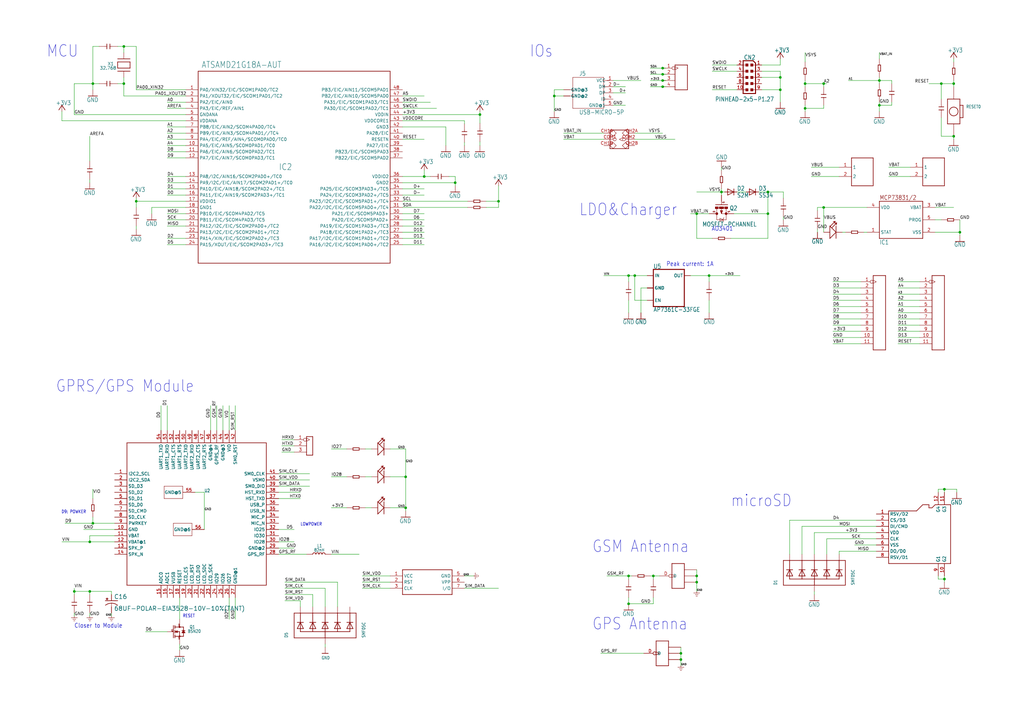
<source format=kicad_sch>
(kicad_sch (version 20230121) (generator eeschema)
  (paper "A3")
  (junction (at 36.83 242.57))
  (junction (at 196.85 46.99))
  (junction (at 173.99 72.39))
  (junction (at 393.7 95.25))
  (junction (at 320.04 36.83))
  (junction (at 320.04 31.75))
  (junction (at 285.75 238.76))
  (junction (at 257.81 247.65))
  (junction (at 279.273 270.51))
  (junction (at 267.97 236.22))
  (junction (at 360.68 43.18))
  (junction (at 271.78 27.94))
  (junction (at 314.96 78.74))
  (junction (at 38.1 214.63))
  (junction (at 186.69 74.93))
  (junction (at 257.81 113.03))
  (junction (at 387.35 237.49))
  (junction (at 38.1 34.29))
  (junction (at 166.37 195.58))
  (junction (at 260.35 113.03))
  (junction (at 330.2 44.45))
  (junction (at 271.78 30.48))
  (junction (at 227.33 39.37))
  (junction (at 279.273 267.97))
  (junction (at 166.37 208.28))
  (junction (at 36.83 222.25))
  (junction (at 360.68 33.02))
  (junction (at 271.78 33.02))
  (junction (at 55.88 82.55))
  (junction (at 387.35 200.66))
  (junction (at 337.82 85.09))
  (junction (at 391.16 55.88))
  (junction (at 314.96 87.63))
  (junction (at 50.8 19.05))
  (junction (at 386.08 34.29))
  (junction (at 290.83 113.03))
  (junction (at 257.81 236.22))
  (junction (at 204.47 82.55))
  (junction (at 285.75 236.22))
  (junction (at 50.8 34.29))
  (junction (at 391.16 34.29))
  (junction (at 30.48 242.57))
  (junction (at 295.91 78.74))
  (junction (at 330.2 34.29))
  (junction (at 285.75 87.63))
  (junction (at 271.78 35.56))
  (junction (at 337.82 34.29))
  (wire (pts (xy 76.2 64.77) (xy 68.58 64.77)) (stroke (width 0.1524)))
  (wire (pts (xy 133.35 241.3) (xy 116.84 241.3)) (stroke (width 0.1524)))
  (wire (pts (xy 330.2 34.29) (xy 337.82 34.29)) (stroke (width 0.1524)))
  (wire (pts (xy 25.4 49.53) (xy 25.4 45.72)) (stroke (width 0.1524)))
  (wire (pts (xy 149.86 195.58) (xy 152.4 195.58)) (stroke (width 0.1524)))
  (wire (pts (xy 321.31 81.28) (xy 321.31 78.74)) (stroke (width 0.1524)))
  (wire (pts (xy 387.35 201.93) (xy 387.35 200.66)) (stroke (width 0.1524)))
  (wire (pts (xy 257.81 236.22) (xy 248.92 236.22)) (stroke (width 0.1524)))
  (wire (pts (xy 257.81 247.65) (xy 267.97 247.65)) (stroke (width 0.1524)))
  (wire (pts (xy 273.05 35.56) (xy 271.78 35.56)) (stroke (width 0.1524)))
  (wire (pts (xy 330.2 45.72) (xy 330.2 44.45)) (stroke (width 0.1524)))
  (wire (pts (xy 133.35 248.92) (xy 133.35 241.3)) (stroke (width 0.1524)))
  (wire (pts (xy 76.2 41.91) (xy 68.58 41.91)) (stroke (width 0.1524)))
  (wire (pts (xy 297.18 78.74) (xy 295.91 78.74)) (stroke (width 0.1524)))
  (wire (pts (xy 133.35 264.16) (xy 133.35 265.43)) (stroke (width 0.1524)))
  (wire (pts (xy 76.2 82.55) (xy 55.88 82.55)) (stroke (width 0.1524)))
  (wire (pts (xy 312.42 29.21) (xy 320.04 29.21)) (stroke (width 0.1524)))
  (wire (pts (xy 45.72 252.73) (xy 45.72 251.46)) (stroke (width 0.1524)))
  (wire (pts (xy 76.2 92.71) (xy 68.58 92.71)) (stroke (width 0.1524)))
  (wire (pts (xy 290.83 128.27) (xy 290.83 123.19)) (stroke (width 0.1524)))
  (wire (pts (xy 353.06 115.57) (xy 341.63 115.57)) (stroke (width 0.1524)))
  (wire (pts (xy 383.54 85.09) (xy 391.16 85.09)) (stroke (width 0.1524)))
  (wire (pts (xy 80.01 201.93) (xy 83.82 201.93)) (stroke (width 0.1524)))
  (wire (pts (xy 160.02 184.15) (xy 166.37 184.15)) (stroke (width 0.1524)))
  (wire (pts (xy 264.033 267.97) (xy 246.38 267.97)) (stroke (width 0.1524)))
  (wire (pts (xy 335.28 85.09) (xy 337.82 85.09)) (stroke (width 0.1524)))
  (wire (pts (xy 30.48 46.99) (xy 30.48 34.29)) (stroke (width 0.1524)))
  (wire (pts (xy 391.16 55.88) (xy 391.16 57.15)) (stroke (width 0.1524)))
  (wire (pts (xy 204.47 82.55) (xy 204.47 76.2)) (stroke (width 0.1524)))
  (wire (pts (xy 386.08 40.64) (xy 386.08 34.29)) (stroke (width 0.1524)))
  (wire (pts (xy 279.273 270.51) (xy 279.273 267.97)) (stroke (width 0.1524)))
  (wire (pts (xy 377.19 128.27) (xy 368.3 128.27)) (stroke (width 0.1524)))
  (wire (pts (xy 344.17 68.58) (xy 332.74 68.58)) (stroke (width 0.1524)))
  (wire (pts (xy 330.2 25.4) (xy 330.2 21.59)) (stroke (width 0.1524)))
  (wire (pts (xy 391.16 35.56) (xy 391.16 34.29)) (stroke (width 0.1524)))
  (wire (pts (xy 166.37 208.28) (xy 166.37 209.55)) (stroke (width 0.1524)))
  (wire (pts (xy 292.1 36.83) (xy 302.26 36.83)) (stroke (width 0.1524)))
  (wire (pts (xy 160.02 241.3) (xy 148.59 241.3)) (stroke (width 0.1524)))
  (wire (pts (xy 335.28 86.36) (xy 335.28 85.09)) (stroke (width 0.1524)))
  (wire (pts (xy 40.64 19.05) (xy 38.1 19.05)) (stroke (width 0.1524)))
  (wire (pts (xy 199.39 85.09) (xy 204.47 85.09)) (stroke (width 0.1524)))
  (wire (pts (xy 354.33 95.25) (xy 355.6 95.25)) (stroke (width 0.1524)))
  (wire (pts (xy 204.47 85.09) (xy 204.47 82.55)) (stroke (width 0.1524)))
  (wire (pts (xy 76.2 87.63) (xy 68.58 87.63)) (stroke (width 0.1524)))
  (wire (pts (xy 160.02 208.28) (xy 166.37 208.28)) (stroke (width 0.1524)))
  (wire (pts (xy 73.66 245.11) (xy 73.66 254)) (stroke (width 0.1524)))
  (wire (pts (xy 76.2 46.99) (xy 30.48 46.99)) (stroke (width 0.1524)))
  (wire (pts (xy 328.93 215.9) (xy 328.93 227.33)) (stroke (width 0.1524)))
  (wire (pts (xy 165.1 74.93) (xy 186.69 74.93)) (stroke (width 0.1524)))
  (wire (pts (xy 83.82 201.93) (xy 83.82 217.17)) (stroke (width 0.1524)))
  (wire (pts (xy 393.7 95.25) (xy 393.7 96.52)) (stroke (width 0.1524)))
  (wire (pts (xy 76.2 54.61) (xy 68.58 54.61)) (stroke (width 0.1524)))
  (wire (pts (xy 186.69 72.39) (xy 186.69 74.93)) (stroke (width 0.1524)))
  (wire (pts (xy 384.81 236.22) (xy 384.81 237.49)) (stroke (width 0.1524)))
  (wire (pts (xy 260.35 123.19) (xy 260.35 113.03)) (stroke (width 0.1524)))
  (wire (pts (xy 142.24 195.58) (xy 135.89 195.58)) (stroke (width 0.1524)))
  (wire (pts (xy 76.2 90.17) (xy 68.58 90.17)) (stroke (width 0.1524)))
  (wire (pts (xy 377.19 130.81) (xy 368.3 130.81)) (stroke (width 0.1524)))
  (wire (pts (xy 320.04 36.83) (xy 320.04 41.91)) (stroke (width 0.1524)))
  (wire (pts (xy 300.99 87.63) (xy 314.96 87.63)) (stroke (width 0.1524)))
  (wire (pts (xy 165.1 52.07) (xy 182.88 52.07)) (stroke (width 0.1524)))
  (wire (pts (xy 290.83 113.03) (xy 303.53 113.03)) (stroke (width 0.1524)))
  (wire (pts (xy 30.48 243.84) (xy 30.48 242.57)) (stroke (width 0.1524)))
  (wire (pts (xy 128.27 248.92) (xy 128.27 243.84)) (stroke (width 0.1524)))
  (wire (pts (xy 295.91 77.47) (xy 295.91 78.74)) (stroke (width 0.1524)))
  (wire (pts (xy 165.1 46.99) (xy 196.85 46.99)) (stroke (width 0.1524)))
  (wire (pts (xy 123.19 248.92) (xy 123.19 246.38)) (stroke (width 0.1524)))
  (wire (pts (xy 149.86 208.28) (xy 152.4 208.28)) (stroke (width 0.1524)))
  (wire (pts (xy 292.1 29.21) (xy 302.26 29.21)) (stroke (width 0.1524)))
  (wire (pts (xy 265.43 123.19) (xy 260.35 123.19)) (stroke (width 0.1524)))
  (wire (pts (xy 302.26 78.74) (xy 306.07 78.74)) (stroke (width 0.1524)))
  (wire (pts (xy 76.2 77.47) (xy 68.58 77.47)) (stroke (width 0.1524)))
  (wire (pts (xy 165.1 72.39) (xy 173.99 72.39)) (stroke (width 0.1524)))
  (wire (pts (xy 160.02 238.76) (xy 148.59 238.76)) (stroke (width 0.1524)))
  (wire (pts (xy 391.16 34.29) (xy 386.08 34.29)) (stroke (width 0.1524)))
  (wire (pts (xy 320.04 36.83) (xy 320.04 31.75)) (stroke (width 0.1524)))
  (wire (pts (xy 247.65 113.03) (xy 257.81 113.03)) (stroke (width 0.1524)))
  (wire (pts (xy 339.09 227.33) (xy 339.09 220.98)) (stroke (width 0.1524)))
  (wire (pts (xy 330.2 33.02) (xy 330.2 34.29)) (stroke (width 0.1524)))
  (wire (pts (xy 114.3 194.31) (xy 127 194.31)) (stroke (width 0.1524)))
  (wire (pts (xy 334.01 242.57) (xy 334.01 243.84)) (stroke (width 0.1524)))
  (wire (pts (xy 93.98 245.11) (xy 93.98 254)) (stroke (width 0.1524)))
  (wire (pts (xy 279.273 267.97) (xy 279.273 265.43)) (stroke (width 0.1524)))
  (wire (pts (xy 176.53 72.39) (xy 173.99 72.39)) (stroke (width 0.1524)))
  (wire (pts (xy 73.66 264.16) (xy 73.66 266.7)) (stroke (width 0.1524)))
  (wire (pts (xy 312.42 36.83) (xy 320.04 36.83)) (stroke (width 0.1524)))
  (wire (pts (xy 96.52 176.53) (xy 96.52 166.37)) (stroke (width 0.1524)))
  (wire (pts (xy 302.26 26.67) (xy 292.1 26.67)) (stroke (width 0.1524)))
  (wire (pts (xy 273.05 30.48) (xy 271.78 30.48)) (stroke (width 0.1524)))
  (wire (pts (xy 247.65 57.15) (xy 231.14 57.15)) (stroke (width 0.1524)))
  (wire (pts (xy 68.58 176.53) (xy 68.58 166.37)) (stroke (width 0.1524)))
  (wire (pts (xy 247.65 54.61) (xy 231.14 54.61)) (stroke (width 0.1524)))
  (wire (pts (xy 257.81 115.57) (xy 257.81 113.03)) (stroke (width 0.1524)))
  (wire (pts (xy 165.1 100.33) (xy 173.99 100.33)) (stroke (width 0.1524)))
  (wire (pts (xy 138.43 248.92) (xy 138.43 238.76)) (stroke (width 0.1524)))
  (wire (pts (xy 190.5 241.3) (xy 204.47 241.3)) (stroke (width 0.1524)))
  (wire (pts (xy 165.1 57.15) (xy 173.99 57.15)) (stroke (width 0.1524)))
  (wire (pts (xy 271.78 33.02) (xy 266.7 33.02)) (stroke (width 0.1524)))
  (wire (pts (xy 93.98 176.53) (xy 93.98 166.37)) (stroke (width 0.1524)))
  (wire (pts (xy 360.68 43.18) (xy 360.68 45.72)) (stroke (width 0.1524)))
  (wire (pts (xy 273.05 27.94) (xy 271.78 27.94)) (stroke (width 0.1524)))
  (wire (pts (xy 353.06 125.73) (xy 341.63 125.73)) (stroke (width 0.1524)))
  (wire (pts (xy 386.08 34.29) (xy 381 34.29)) (stroke (width 0.1524)))
  (wire (pts (xy 120.65 185.42) (xy 115.57 185.42)) (stroke (width 0.1524)))
  (wire (pts (xy 76.2 97.79) (xy 68.58 97.79)) (stroke (width 0.1524)))
  (wire (pts (xy 142.24 184.15) (xy 135.89 184.15)) (stroke (width 0.1524)))
  (wire (pts (xy 259.08 236.22) (xy 257.81 236.22)) (stroke (width 0.1524)))
  (wire (pts (xy 337.82 35.56) (xy 337.82 34.29)) (stroke (width 0.1524)))
  (wire (pts (xy 353.06 128.27) (xy 341.63 128.27)) (stroke (width 0.1524)))
  (wire (pts (xy 353.06 138.43) (xy 341.63 138.43)) (stroke (width 0.1524)))
  (wire (pts (xy 38.1 34.29) (xy 38.1 36.83)) (stroke (width 0.1524)))
  (wire (pts (xy 321.31 88.9) (xy 321.31 90.17)) (stroke (width 0.1524)))
  (wire (pts (xy 62.23 85.09) (xy 62.23 87.63)) (stroke (width 0.1524)))
  (wire (pts (xy 377.19 133.35) (xy 368.3 133.35)) (stroke (width 0.1524)))
  (wire (pts (xy 365.76 41.91) (xy 365.76 43.18)) (stroke (width 0.1524)))
  (wire (pts (xy 353.06 123.19) (xy 341.63 123.19)) (stroke (width 0.1524)))
  (wire (pts (xy 50.8 21.59) (xy 50.8 19.05)) (stroke (width 0.1524)))
  (wire (pts (xy 359.41 223.52) (xy 350.52 223.52)) (stroke (width 0.1524)))
  (wire (pts (xy 290.83 87.63) (xy 285.75 87.63)) (stroke (width 0.1524)))
  (wire (pts (xy 260.35 57.15) (xy 276.86 57.15)) (stroke (width 0.1524)))
  (wire (pts (xy 360.68 33.02) (xy 360.68 34.29)) (stroke (width 0.1524)))
  (wire (pts (xy 46.99 214.63) (xy 38.1 214.63)) (stroke (width 0.1524)))
  (wire (pts (xy 165.1 97.79) (xy 173.99 97.79)) (stroke (width 0.1524)))
  (wire (pts (xy 314.96 87.63) (xy 314.96 78.74)) (stroke (width 0.1524)))
  (wire (pts (xy 114.3 204.47) (xy 123.19 204.47)) (stroke (width 0.1524)))
  (wire (pts (xy 30.48 34.29) (xy 38.1 34.29)) (stroke (width 0.1524)))
  (wire (pts (xy 165.1 39.37) (xy 173.99 39.37)) (stroke (width 0.1524)))
  (wire (pts (xy 86.36 176.53) (xy 86.36 166.37)) (stroke (width 0.1524)))
  (wire (pts (xy 199.39 82.55) (xy 204.47 82.55)) (stroke (width 0.1524)))
  (wire (pts (xy 337.82 44.45) (xy 330.2 44.45)) (stroke (width 0.1524)))
  (wire (pts (xy 393.7 90.17) (xy 393.7 95.25)) (stroke (width 0.1524)))
  (wire (pts (xy 257.81 245.11) (xy 257.81 247.65)) (stroke (width 0.1524)))
  (wire (pts (xy 120.65 217.17) (xy 114.3 217.17)) (stroke (width 0.1524)))
  (wire (pts (xy 386.08 55.88) (xy 391.16 55.88)) (stroke (width 0.1524)))
  (wire (pts (xy 36.83 219.71) (xy 36.83 222.25)) (stroke (width 0.1524)))
  (wire (pts (xy 260.35 54.61) (xy 271.78 54.61)) (stroke (width 0.1524)))
  (wire (pts (xy 76.2 39.37) (xy 50.8 39.37)) (stroke (width 0.1524)))
  (wire (pts (xy 267.97 236.22) (xy 266.7 236.22)) (stroke (width 0.1524)))
  (wire (pts (xy 165.1 80.01) (xy 173.99 80.01)) (stroke (width 0.1524)))
  (wire (pts (xy 392.43 200.66) (xy 392.43 201.93)) (stroke (width 0.1524)))
  (wire (pts (xy 160.02 195.58) (xy 166.37 195.58)) (stroke (width 0.1524)))
  (wire (pts (xy 377.19 120.65) (xy 368.3 120.65)) (stroke (width 0.1524)))
  (wire (pts (xy 377.19 123.19) (xy 368.3 123.19)) (stroke (width 0.1524)))
  (wire (pts (xy 88.9 176.53) (xy 88.9 166.37)) (stroke (width 0.1524)))
  (wire (pts (xy 330.2 44.45) (xy 330.2 43.18)) (stroke (width 0.1524)))
  (wire (pts (xy 96.52 245.11) (xy 96.52 254)) (stroke (width 0.1524)))
  (wire (pts (xy 165.1 85.09) (xy 191.77 85.09)) (stroke (width 0.1524)))
  (wire (pts (xy 393.7 95.25) (xy 383.54 95.25)) (stroke (width 0.1524)))
  (wire (pts (xy 384.81 200.66) (xy 387.35 200.66)) (stroke (width 0.1524)))
  (wire (pts (xy 55.88 36.83) (xy 55.88 19.05)) (stroke (width 0.1524)))
  (wire (pts (xy 285.75 238.76) (xy 285.75 236.22)) (stroke (width 0.1524)))
  (wire (pts (xy 76.2 52.07) (xy 68.58 52.07)) (stroke (width 0.1524)))
  (wire (pts (xy 299.72 97.79) (xy 314.96 97.79)) (stroke (width 0.1524)))
  (wire (pts (xy 160.02 236.22) (xy 148.59 236.22)) (stroke (width 0.1524)))
  (wire (pts (xy 76.2 59.69) (xy 68.58 59.69)) (stroke (width 0.1524)))
  (wire (pts (xy 123.19 246.38) (xy 116.84 246.38)) (stroke (width 0.1524)))
  (wire (pts (xy 391.16 25.4) (xy 391.16 24.13)) (stroke (width 0.1524)))
  (wire (pts (xy 48.26 34.29) (xy 50.8 34.29)) (stroke (width 0.1524)))
  (wire (pts (xy 267.97 237.49) (xy 267.97 236.22)) (stroke (width 0.1524)))
  (wire (pts (xy 285.75 97.79) (xy 285.75 87.63)) (stroke (width 0.1524)))
  (wire (pts (xy 290.83 115.57) (xy 290.83 113.03)) (stroke (width 0.1524)))
  (wire (pts (xy 320.04 29.21) (xy 320.04 31.75)) (stroke (width 0.1524)))
  (wire (pts (xy 231.14 39.37) (xy 227.33 39.37)) (stroke (width 0.1524)))
  (wire (pts (xy 149.86 184.15) (xy 152.4 184.15)) (stroke (width 0.1524)))
  (wire (pts (xy 387.35 236.22) (xy 387.35 237.49)) (stroke (width 0.1524)))
  (wire (pts (xy 196.85 46.99) (xy 196.85 45.72)) (stroke (width 0.1524)))
  (wire (pts (xy 345.44 95.25) (xy 346.71 95.25)) (stroke (width 0.1524)))
  (wire (pts (xy 292.1 97.79) (xy 285.75 97.79)) (stroke (width 0.1524)))
  (wire (pts (xy 231.14 36.83) (xy 227.33 36.83)) (stroke (width 0.1524)))
  (wire (pts (xy 251.46 38.1) (xy 256.54 38.1)) (stroke (width 0.1524)))
  (wire (pts (xy 260.35 113.03) (xy 265.43 113.03)) (stroke (width 0.1524)))
  (wire (pts (xy 190.5 49.53) (xy 190.5 50.8)) (stroke (width 0.1524)))
  (wire (pts (xy 334.01 227.33) (xy 334.01 218.44)) (stroke (width 0.1524)))
  (wire (pts (xy 359.41 215.9) (xy 328.93 215.9)) (stroke (width 0.1524)))
  (wire (pts (xy 191.77 82.55) (xy 165.1 82.55)) (stroke (width 0.1524)))
  (wire (pts (xy 38.1 34.29) (xy 40.64 34.29)) (stroke (width 0.1524)))
  (wire (pts (xy 190.5 58.42) (xy 190.5 59.69)) (stroke (width 0.1524)))
  (wire (pts (xy 165.1 92.71) (xy 173.99 92.71)) (stroke (width 0.1524)))
  (wire (pts (xy 76.2 36.83) (xy 55.88 36.83)) (stroke (width 0.1524)))
  (wire (pts (xy 194.31 236.22) (xy 190.5 236.22)) (stroke (width 0.1524)))
  (wire (pts (xy 38.1 214.63) (xy 38.1 212.09)) (stroke (width 0.1524)))
  (wire (pts (xy 182.88 52.07) (xy 182.88 59.69)) (stroke (width 0.1524)))
  (wire (pts (xy 135.89 227.33) (xy 147.32 227.33)) (stroke (width 0.1524)))
  (wire (pts (xy 114.3 199.39) (xy 127 199.39)) (stroke (width 0.1524)))
  (wire (pts (xy 120.65 182.88) (xy 115.57 182.88)) (stroke (width 0.1524)))
  (wire (pts (xy 165.1 77.47) (xy 173.99 77.47)) (stroke (width 0.1524)))
  (wire (pts (xy 359.41 226.06) (xy 344.17 226.06)) (stroke (width 0.1524)))
  (wire (pts (xy 377.19 118.11) (xy 368.3 118.11)) (stroke (width 0.1524)))
  (wire (pts (xy 114.3 201.93) (xy 123.19 201.93)) (stroke (width 0.1524)))
  (wire (pts (xy 377.19 138.43) (xy 368.3 138.43)) (stroke (width 0.1524)))
  (wire (pts (xy 138.43 238.76) (xy 116.84 238.76)) (stroke (width 0.1524)))
  (wire (pts (xy 165.1 41.91) (xy 176.53 41.91)) (stroke (width 0.1524)))
  (wire (pts (xy 55.88 92.71) (xy 55.88 93.98)) (stroke (width 0.1524)))
  (wire (pts (xy 312.42 26.67) (xy 320.04 26.67)) (stroke (width 0.1524)))
  (wire (pts (xy 283.21 113.03) (xy 290.83 113.03)) (stroke (width 0.1524)))
  (wire (pts (xy 76.2 44.45) (xy 68.58 44.45)) (stroke (width 0.1524)))
  (wire (pts (xy 387.35 200.66) (xy 392.43 200.66)) (stroke (width 0.1524)))
  (wire (pts (xy 273.05 33.02) (xy 271.78 33.02)) (stroke (width 0.1524)))
  (wire (pts (xy 295.91 68.58) (xy 295.91 69.85)) (stroke (width 0.1524)))
  (wire (pts (xy 384.81 237.49) (xy 387.35 237.49)) (stroke (width 0.1524)))
  (wire (pts (xy 186.69 74.93) (xy 186.69 76.2)) (stroke (width 0.1524)))
  (wire (pts (xy 76.2 74.93) (xy 68.58 74.93)) (stroke (width 0.1524)))
  (wire (pts (xy 184.15 72.39) (xy 186.69 72.39)) (stroke (width 0.1524)))
  (wire (pts (xy 360.68 41.91) (xy 360.68 43.18)) (stroke (width 0.1524)))
  (wire (pts (xy 38.1 204.47) (xy 38.1 200.66)) (stroke (width 0.1524)))
  (wire (pts (xy 262.89 118.11) (xy 262.89 128.27)) (stroke (width 0.1524)))
  (wire (pts (xy 38.1 19.05) (xy 38.1 34.29)) (stroke (width 0.1524)))
  (wire (pts (xy 353.06 133.35) (xy 341.63 133.35)) (stroke (width 0.1524)))
  (wire (pts (xy 285.75 236.22) (xy 285.75 233.68)) (stroke (width 0.1524)))
  (wire (pts (xy 55.88 82.55) (xy 55.88 81.28)) (stroke (width 0.1524)))
  (wire (pts (xy 114.3 222.25) (xy 120.65 222.25)) (stroke (width 0.1524)))
  (wire (pts (xy 114.3 196.85) (xy 127 196.85)) (stroke (width 0.1524)))
  (wire (pts (xy 271.78 27.94) (xy 266.7 27.94)) (stroke (width 0.1524)))
  (wire (pts (xy 377.19 140.97) (xy 368.3 140.97)) (stroke (width 0.1524)))
  (wire (pts (xy 377.19 115.57) (xy 368.3 115.57)) (stroke (width 0.1524)))
  (wire (pts (xy 165.1 90.17) (xy 173.99 90.17)) (stroke (width 0.1524)))
  (wire (pts (xy 45.72 243.84) (xy 45.72 242.57)) (stroke (width 0.1524)))
  (wire (pts (xy 36.83 242.57) (xy 30.48 242.57)) (stroke (width 0.1524)))
  (wire (pts (xy 165.1 49.53) (xy 190.5 49.53)) (stroke (width 0.1524)))
  (wire (pts (xy 339.09 220.98) (xy 359.41 220.98)) (stroke (width 0.1524)))
  (wire (pts (xy 50.8 34.29) (xy 50.8 31.75)) (stroke (width 0.1524)))
  (wire (pts (xy 196.85 46.99) (xy 196.85 50.546)) (stroke (width 0.1524)))
  (wire (pts (xy 360.68 33.02) (xy 347.98 33.02)) (stroke (width 0.1524)))
  (wire (pts (xy 387.35 237.49) (xy 387.35 238.76)) (stroke (width 0.1524)))
  (wire (pts (xy 114.3 224.79) (xy 120.65 224.79)) (stroke (width 0.1524)))
  (wire (pts (xy 323.85 227.33) (xy 323.85 213.36)) (stroke (width 0.1524)))
  (wire (pts (xy 295.91 78.74) (xy 285.75 78.74)) (stroke (width 0.1524)))
  (wire (pts (xy 360.68 31.75) (xy 360.68 33.02)) (stroke (width 0.1524)))
  (wire (pts (xy 45.72 242.57) (xy 36.83 242.57)) (stroke (width 0.1524)))
  (wire (pts (xy 330.2 35.56) (xy 330.2 34.29)) (stroke (width 0.1524)))
  (wire (pts (xy 50.8 19.05) (xy 48.26 19.05)) (stroke (width 0.1524)))
  (wire (pts (xy 46.99 217.17) (xy 34.29 217.17)) (stroke (width 0.1524)))
  (wire (pts (xy 30.48 242.57) (xy 30.48 241.3)) (stroke (width 0.1524)))
  (wire (pts (xy 173.99 72.39) (xy 173.99 69.85)) (stroke (width 0.1524)))
  (wire (pts (xy 270.51 236.22) (xy 267.97 236.22)) (stroke (width 0.1524)))
  (wire (pts (xy 360.68 21.59) (xy 360.68 24.13)) (stroke (width 0.1524)))
  (wire (pts (xy 314.96 78.74) (xy 311.15 78.74)) (stroke (width 0.1524)))
  (wire (pts (xy 353.06 118.11) (xy 341.63 118.11)) (stroke (width 0.1524)))
  (wire (pts (xy 36.83 73.66) (xy 36.83 74.93)) (stroke (width 0.1524)))
  (wire (pts (xy 386.08 48.26) (xy 386.08 55.88)) (stroke (width 0.1524)))
  (wire (pts (xy 50.8 39.37) (xy 50.8 34.29)) (stroke (width 0.1524)))
  (wire (pts (xy 353.06 135.89) (xy 341.63 135.89)) (stroke (width 0.1524)))
  (wire (pts (xy 196.85 58.166) (xy 196.85 59.69)) (stroke (width 0.1524)))
  (wire (pts (xy 114.3 227.33) (xy 125.73 227.33)) (stroke (width 0.1524)))
  (wire (pts (xy 76.2 49.53) (xy 25.4 49.53)) (stroke (width 0.1524)))
  (wire (pts (xy 344.17 227.33) (xy 344.17 226.06)) (stroke (width 0.1524)))
  (wire (pts (xy 334.01 218.44) (xy 359.41 218.44)) (stroke (width 0.1524)))
  (wire (pts (xy 142.24 208.28) (xy 135.89 208.28)) (stroke (width 0.1524)))
  (wire (pts (xy 128.27 243.84) (xy 116.84 243.84)) (stroke (width 0.1524)))
  (wire (pts (xy 384.81 201.93) (xy 384.81 200.66)) (stroke (width 0.1524)))
  (wire (pts (xy 265.43 118.11) (xy 262.89 118.11)) (stroke (width 0.1524)))
  (wire (pts (xy 373.38 68.58) (xy 364.49 68.58)) (stroke (width 0.1524)))
  (wire (pts (xy 295.91 80.01) (xy 295.91 78.74)) (stroke (width 0.1524)))
  (wire (pts (xy 353.06 130.81) (xy 341.63 130.81)) (stroke (width 0.1524)))
  (wire (pts (xy 337.82 34.29) (xy 339.09 34.29)) (stroke (width 0.1524)))
  (wire (pts (xy 377.19 125.73) (xy 368.3 125.73)) (stroke (width 0.1524)))
  (wire (pts (xy 38.1 214.63) (xy 26.67 214.63)) (stroke (width 0.1524)))
  (wire (pts (xy 377.19 135.89) (xy 368.3 135.89)) (stroke (width 0.1524)))
  (wire (pts (xy 321.31 78.74) (xy 314.96 78.74)) (stroke (width 0.1524)))
  (wire (pts (xy 36.83 243.84) (xy 36.83 242.57)) (stroke (width 0.1524)))
  (wire (pts (xy 251.46 33.02) (xy 262.89 33.02)) (stroke (width 0.1524)))
  (wire (pts (xy 165.1 95.25) (xy 173.99 95.25)) (stroke (width 0.1524)))
  (wire (pts (xy 279.273 273.05) (xy 279.273 270.51)) (stroke (width 0.1524)))
  (wire (pts (xy 36.83 222.25) (xy 25.4 222.25)) (stroke (width 0.1524)))
  (wire (pts (xy 391.16 34.29) (xy 391.16 33.02)) (stroke (width 0.1524)))
  (wire (pts (xy 271.78 35.56) (xy 266.7 35.56)) (stroke (width 0.1524)))
  (wire (pts (xy 271.78 30.48) (xy 266.7 30.48)) (stroke (width 0.1524)))
  (wire (pts (xy 76.2 57.15) (xy 68.58 57.15)) (stroke (width 0.1524)))
  (wire (pts (xy 166.37 195.58) (xy 166.37 208.28)) (stroke (width 0.1524)))
  (wire (pts (xy 335.28 93.98) (xy 335.28 95.25)) (stroke (width 0.1524)))
  (wire (pts (xy 91.44 176.53) (xy 91.44 166.37)) (stroke (width 0.1524)))
  (wire (pts (xy 285.75 242.57) (xy 285.75 238.76)) (stroke (width 0.1524)))
  (wire (pts (xy 257.81 113.03) (xy 260.35 113.03)) (stroke (width 0.1524)))
  (wire (pts (xy 30.48 251.46) (xy 30.48 252.73)) (stroke (width 0.1524)))
  (wire (pts (xy 76.2 62.23) (xy 68.58 62.23)) (stroke (width 0.1524)))
  (wire (pts (xy 314.96 97.79) (xy 314.96 87.63)) (stroke (width 0.1524)))
  (wire (pts (xy 76.2 80.01) (xy 68.58 80.01)) (stroke (width 0.1524)))
  (wire (pts (xy 320.04 31.75) (xy 312.42 31.75)) (stroke (width 0.1524)))
  (wire (pts (xy 353.06 120.65) (xy 341.63 120.65)) (stroke (width 0.1524)))
  (wire (pts (xy 66.04 176.53) (xy 66.04 166.37)) (stroke (width 0.1524)))
  (wire (pts (xy 257.81 237.49) (xy 257.81 236.22)) (stroke (width 0.1524)))
  (wire (pts (xy 320.04 26.67) (xy 320.04 24.13)) (stroke (width 0.1524)))
  (wire (pts (xy 337.82 85.09) (xy 355.6 85.09)) (stroke (width 0.1524)))
  (wire (pts (xy 251.46 35.56) (xy 256.54 35.56)) (stroke (width 0.1524)))
  (wire (pts (xy 373.38 72.39) (xy 364.49 72.39)) (stroke (width 0.1524)))
  (wire (pts (xy 323.85 213.36) (xy 359.41 213.36)) (stroke (width 0.1524)))
  (wire (pts (xy 76.2 100.33) (xy 68.58 100.33)) (stroke (width 0.1524)))
  (wire (pts (xy 165.1 44.45) (xy 179.07 44.45)) (stroke (width 0.1524)))
  (wire (pts (xy 46.99 222.25) (xy 36.83 222.25)) (stroke (width 0.1524)))
  (wire (pts (xy 383.54 90.17) (xy 386.08 90.17)) (stroke (width 0.1524)))
  (wire (pts (xy 337.82 43.18) (xy 337.82 44.45)) (stroke (width 0.1524)))
  (wire (pts (xy 353.06 140.97) (xy 341.63 140.97)) (stroke (width 0.1524)))
  (wire (pts (xy 267.97 247.65) (xy 267.97 245.11)) (stroke (width 0.1524)))
  (wire (pts (xy 337.82 95.25) (xy 337.82 85.09)) (stroke (width 0.1524)))
  (wire (pts (xy 36.83 251.46) (xy 36.83 252.73)) (stroke (width 0.1524)))
  (wire (pts (xy 166.37 184.15) (xy 166.37 195.58)) (stroke (width 0.1524)))
  (wire (pts (xy 68.58 259.08) (xy 59.69 259.08)) (stroke (width 0.1524)))
  (wire (pts (xy 55.88 19.05) (xy 50.8 19.05)) (stroke (width 0.1524)))
  (wire (pts (xy 344.17 72.39) (xy 332.74 72.39)) (stroke (width 0.1524)))
  (wire (pts (xy 365.76 43.18) (xy 360.68 43.18)) (stroke (width 0.1524)))
  (wire (pts (xy 165.1 87.63) (xy 173.99 87.63)) (stroke (width 0.1524)))
  (wire (pts (xy 76.2 85.09) (xy 62.23 85.09)) (stroke (width 0.1524)))
  (wire (pts (xy 365.76 33.02) (xy 365.76 34.29)) (stroke (width 0.1524)))
  (wire (pts (xy 256.54 43.18) (xy 251.46 43.18)) (stroke (width 0.1524)))
  (wire (pts (xy 120.65 180.34) (xy 115.57 180.34)) (stroke (width 0.1524)))
  (wire (pts (xy 46.99 219.71) (xy 36.83 219.71)) (stroke (width 0.1524)))
  (wire (pts (xy 36.83 55.88) (xy 36.83 66.04)) (stroke (width 0.1524)))
  (wire (pts (xy 227.33 36.83) (xy 227.33 39.37)) (stroke (width 0.1524)))
  (wire (pts (xy 360.68 33.02) (xy 365.76 33.02)) (stroke (width 0.1524)))
  (wire (pts (xy 257.81 128.27) (xy 257.81 123.19)) (stroke (width 0.1524)))
  (wire (pts (xy 76.2 72.39) (xy 68.58 72.39)) (stroke (width 0.1524)))
  (wire (pts (xy 227.33 39.37) (xy 227.33 45.72)) (stroke (width 0.1524)))
  (wire (pts (xy 285.75 87.63) (xy 283.21 87.63)) (stroke (width 0.1524)))
  (wire (pts (xy 55.88 85.09) (xy 55.88 82.55)) (stroke (width 0.1524)))
  (text "Closer to Module" (at 30.48 257.81 0) (effects (font (size 1.778 1.5113)) (justify left bottom)))
  (text "GPRS/GPS Module" (at 22.86 161.29 0) (effects (font (size 4.7752 4.0589)) (justify left bottom)))
  (text "LDO&Charger" (at 237.49 88.9 0) (effects (font (size 4.7752 4.0589)) (justify left bottom)))
  (text "IOs" (at 217.17 23.876 0) (effects (font (size 4.7752 4.0589)) (justify left bottom)))
  (text "Peak current: 1A" (at 273.304 109.474 0) (effects (font (size 1.778 1.5113)) (justify left bottom)))
  (text "D9: POWKER" (at 25.146 210.82 0) (effects (font (size 1.27 1.0795)) (justify left bottom)))
  (text "AO3401" (at 291.846 94.996 0) (effects (font (size 1.778 1.5113)) (justify left bottom)))
  (text "GSM Antenna" (at 242.824 227.076 0) (effects (font (size 4.7752 4.0589)) (justify left bottom)))
  (text "GPS Antenna" (at 242.824 258.826 0) (effects (font (size 4.7752 4.0589)) (justify left bottom)))
  (text "RESET" (at 74.93 253.492 0) (effects (font (size 1.27 1.0795)) (justify left bottom)))
  (text "microSD\n" (at 299.72 208.28 0) (effects (font (size 4.7752 4.0589)) (justify left bottom)))
  (text "LOWPOWER" (at 123.19 215.9 0) (effects (font (size 1.27 1.0795)) (justify left bottom)))
  (text "MCU" (at 19.05 23.876 0) (effects (font (size 4.7752 4.0589)) (justify left bottom)))
  (label "GND" (at 393.7 90.17 0) (effects (font (size 1.2446 1.2446))))
  (label "VBUS" (at 337.82 90.17 0) (effects (font (size 1.2446 1.2446))))
  (label "D1" (at 68.58 166.37 90) (effects (font (size 1.2446 1.2446))))
  (label "IO28" (at 135.89 195.58 0) (effects (font (size 1.209 1.209))))
  (label "A4" (at 368.3 118.11 0) (effects (font (size 1.209 1.209))))
  (label "GND" (at 163.195 184.15 0) (effects (font (size 0.889 0.889))))
  (label "D12" (at 368.3 135.89 0) (effects (font (size 1.209 1.209))))
  (label "SDA" (at 266.7 27.94 0) (effects (font (size 0.889 0.889))))
  (label "MOSI" (at 68.58 87.63 0) (effects (font (size 1.2446 1.2446))))
  (label "A1" (at 347.98 33.02 0) (effects (font (size 0.889 0.889))))
  (label "D9" (at 68.58 64.77 0) (effects (font (size 1.2446 1.2446))))
  (label "VBUS" (at 257.175 33.02 0) (effects (font (size 1.2446 1.2446))))
  (label "SDA" (at 165.1 85.09 0) (effects (font (size 1.2446 1.2446))))
  (label "VIN" (at 307.975 87.63 0) (effects (font (size 1.2446 1.2446))))
  (label "D0" (at 68.58 80.01 0) (effects (font (size 1.2446 1.2446))))
  (label "GND" (at 227.33 45.72 0) (effects (font (size 0.889 0.889))))
  (label "+3V3" (at 297.18 113.03 0) (effects (font (size 0.889 0.889))))
  (label "A2" (at 68.58 54.61 0) (effects (font (size 1.2446 1.2446))))
  (label "GND" (at 332.74 72.39 0) (effects (font (size 1.209 1.209))))
  (label "RESET" (at 381 34.29 180) (effects (font (size 1.2446 1.2446))))
  (label "GND" (at 96.52 254 90) (effects (font (size 1.209 1.209))))
  (label "GND" (at 321.31 90.17 0) (effects (font (size 1.2446 1.2446))))
  (label "IO27" (at 93.98 254 90) (effects (font (size 1.209 1.209))))
  (label "VBUS" (at 268.605 57.15 0) (effects (font (size 1.209 1.209))))
  (label "VIN" (at 135.89 227.33 0) (effects (font (size 1.2446 1.2446))))
  (label "D2" (at 341.63 115.57 0) (effects (font (size 1.2446 1.2446))))
  (label "VBAT_IN" (at 231.14 54.61 0) (effects (font (size 1.2446 1.2446))))
  (label "D3" (at 68.58 74.93 0) (effects (font (size 1.2446 1.2446))))
  (label "VSYS" (at 266.065 54.61 0) (effects (font (size 1.2446 1.2446))))
  (label "D-" (at 251.46 35.56 0) (effects (font (size 1.209 1.209))))
  (label "GND" (at 266.7 35.56 0) (effects (font (size 0.889 0.889))))
  (label "GSM_RF" (at 248.92 236.22 0) (effects (font (size 1.209 1.209))))
  (label "D5" (at 341.63 123.19 0) (effects (font (size 1.2446 1.2446))))
  (label "D10" (at 169.545 95.25 0) (effects (font (size 1.2446 1.2446))))
  (label "D0" (at 66.04 171.45 90) (effects (font (size 1.2446 1.2446))))
  (label "SIM_DATA" (at 190.5 241.3 0) (effects (font (size 1.209 1.209))))
  (label "D12" (at 169.545 92.71 0) (effects (font (size 1.2446 1.2446))))
  (label "MOSI" (at 344.17 215.9 0) (effects (font (size 1.209 1.209))))
  (label "GND" (at 45.72 252.73 180) (effects (font (size 0.7112 0.7112))))
  (label "GND" (at 115.57 185.42 0) (effects (font (size 1.209 1.209))))
  (label "D11" (at 169.545 100.33 0) (effects (font (size 1.2446 1.2446))))
  (label "IO28" (at 114.3 222.25 0) (effects (font (size 1.2446 1.2446))))
  (label "GND" (at 30.48 46.99 0) (effects (font (size 1.2446 1.2446))))
  (label "D4" (at 341.63 213.36 0) (effects (font (size 1.209 1.209))))
  (label "VIO" (at 38.1 202.565 0) (effects (font (size 1.2446 1.2446))))
  (label "GND" (at 117.475 224.79 0) (effects (font (size 1.2446 1.2446))))
  (label "+3V3" (at 135.89 208.28 0) (effects (font (size 1.209 1.209))))
  (label "PA00_XIN32" (at 55.88 36.83 0) (effects (font (size 1.2446 1.2446))))
  (label "D6" (at 169.545 90.17 0) (effects (font (size 1.2446 1.2446))))
  (label "GND" (at 262.89 247.65 0) (effects (font (size 1.2446 1.2446))))
  (label "GND" (at 192.405 236.22 180) (effects (font (size 0.7112 0.7112))))
  (label "+3V3" (at 266.7 33.02 0) (effects (font (size 0.889 0.889))))
  (label "D4" (at 68.58 72.39 0) (effects (font (size 1.2446 1.2446))))
  (label "GND" (at 83.82 209.55 0) (effects (font (size 0.889 0.889))))
  (label "VBAT" (at 231.14 57.15 0) (effects (font (size 1.2446 1.2446))))
  (label "VIO" (at 93.98 171.45 90) (effects (font (size 1.2446 1.2446))))
  (label "D10" (at 368.3 130.81 0) (effects (font (size 1.209 1.209))))
  (label "D5" (at 68.58 100.33 0) (effects (font (size 1.2446 1.2446))))
  (label "GND" (at 295.91 69.85 0) (effects (font (size 1.2446 1.2446))))
  (label "SCL" (at 165.1 82.55 0) (effects (font (size 1.2446 1.2446))))
  (label "VSYS" (at 330.2 23.495 0) (effects (font (size 1.2446 1.2446))))
  (label "GND" (at 251.46 43.18 0) (effects (font (size 1.209 1.209))))
  (label "HRXD" (at 118.745 201.93 0) (effects (font (size 1.209 1.209))))
  (label "VDDCORE" (at 165.1 49.53 0) (effects (font (size 1.2446 1.2446))))
  (label "GPS_RF" (at 114.3 227.33 0) (effects (font (size 1.2446 1.2446))))
  (label "D8" (at 68.58 62.23 0) (effects (font (size 1.2446 1.2446))))
  (label "VBUS" (at 332.74 68.58 0) (effects (font (size 1.209 1.209))))
  (label "D4" (at 341.63 120.65 0) (effects (font (size 1.2446 1.2446))))
  (label "AREFA" (at 68.58 44.45 0) (effects (font (size 1.2446 1.2446))))
  (label "GSM_RF" (at 88.9 171.45 90) (effects (font (size 1.2446 1.2446))))
  (label "+3V3" (at 346.71 218.44 0) (effects (font (size 1.209 1.209))))
  (label "D+" (at 254 38.1 0) (effects (font (size 1.209 1.209))))
  (label "GND" (at 91.44 171.45 90) (effects (font (size 1.2446 1.2446))))
  (label "D6" (at 59.69 259.08 0) (effects (font (size 1.2446 1.2446))))
  (label "GND" (at 350.52 223.52 0) (effects (font (size 1.209 1.209))))
  (label "GND" (at 285.75 242.57 0) (effects (font (size 0.7112 0.7112))))
  (label "GND" (at 279.273 273.05 0) (effects (font (size 0.7112 0.7112))))
  (label "D1" (at 68.58 77.47 0) (effects (font (size 1.2446 1.2446))))
  (label "GND" (at 34.29 217.17 0) (effects (font (size 1.2446 1.2446))))
  (label "GND" (at 36.83 252.73 0) (effects (font (size 1.2446 1.2446))))
  (label "SIM_VDD" (at 114.3 196.85 0) (effects (font (size 1.2446 1.2446))))
  (label "A0" (at 368.3 128.27 0) (effects (font (size 1.209 1.209))))
  (label "VBAT_IN" (at 360.68 22.86 0) (effects (font (size 0.889 0.889))))
  (label "GND" (at 30.48 252.73 0) (effects (font (size 1.2446 1.2446))))
  (label "A2" (at 337.82 34.29 0) (effects (font (size 1.2446 1.2446))))
  (label "MISO" (at 68.58 92.71 0) (effects (font (size 1.2446 1.2446))))
  (label "D11" (at 368.3 133.35 0) (effects (font (size 1.209 1.209))))
  (label "AREFA" (at 36.83 55.88 0) (effects (font (size 1.2446 1.2446))))
  (label "PA01_XOUT32" (at 63.5 39.37 0) (effects (font (size 1.2446 1.2446))))
  (label "MISO" (at 351.79 226.06 0) (effects (font (size 1.209 1.209))))
  (label "D8" (at 341.63 130.81 0) (effects (font (size 1.2446 1.2446))))
  (label "A0" (at 68.58 41.91 0) (effects (font (size 1.2446 1.2446))))
  (label "D9" (at 26.67 214.63 0) (effects (font (size 1.2446 1.2446))))
  (label "SIM_RST" (at 96.52 176.53 90) (effects (font (size 1.2446 1.2446))))
  (label "RESET" (at 292.1 36.83 0) (effects (font (size 1.2446 1.2446))))
  (label "SIM_CLK" (at 148.59 241.3 0) (effects (font (size 1.209 1.209))))
  (label "SIM_DATA" (at 116.84 238.76 0) (effects (font (size 1.209 1.209))))
  (label "SCK" (at 349.25 220.98 0) (effects (font (size 1.209 1.209))))
  (label "A4" (at 68.58 59.69 0) (effects (font (size 1.2446 1.2446))))
  (label "GND" (at 163.195 208.28 0) (effects (font (size 0.889 0.889))))
  (label "A3" (at 68.58 57.15 0) (effects (font (size 1.2446 1.2446))))
  (label "IO27" (at 135.89 184.15 0) (effects (font (size 1.209 1.209))))
  (label "A5" (at 165.1 39.37 0) (effects (font (size 1.2446 1.2446))))
  (label "SWDIO" (at 292.1 26.67 0) (effects (font (size 1.2446 1.2446))))
  (label "+3V3" (at 165.1 46.99 0) (effects (font (size 1.2446 1.2446))))
  (label "D5" (at 117.475 217.17 0) (effects (font (size 1.2446 1.2446))))
  (label "SIM_RST" (at 148.59 238.76 0) (effects (font (size 1.209 1.209))))
  (label "VBAT" (at 341.63 140.97 0) (effects (font (size 1.2446 1.2446))))
  (label "D+" (at 169.545 77.47 0) (effects (font (size 1.2446 1.2446))))
  (label "A1" (at 368.3 125.73 0) (effects (font (size 1.209 1.209))))
  (label "SIM_CLK" (at 116.84 241.3 0) (effects (font (size 1.209 1.209))))
  (label "D7" (at 169.545 87.63 0) (effects (font (size 1.2446 1.2446))))
  (label "HTXD" (at 115.57 182.88 0) (effects (font (size 1.209 1.209))))
  (label "VSYS" (at 290.83 78.74 0) (effects (font (size 1.2446 1.2446))))
  (label "A1" (at 68.58 52.07 0) (effects (font (size 1.2446 1.2446))))
  (label "D13" (at 368.3 138.43 0) (effects (font (size 1.209 1.209))))
  (label "GPS_RF" (at 246.38 267.97 0) (effects (font (size 1.209 1.209))))
  (label "+3V3" (at 341.63 135.89 0) (effects (font (size 1.2446 1.2446))))
  (label "GND" (at 341.63 138.43 0) (effects (font (size 1.2446 1.2446))))
  (label "SIM_VDD" (at 148.59 236.22 0) (effects (font (size 1.209 1.209))))
  (label "D-" (at 169.545 80.01 0) (effects (font (size 1.2446 1.2446))))
  (label "SWCLK" (at 165.1 44.45 0) (effects (font (size 1.2446 1.2446))))
  (label "RESET" (at 368.3 140.97 0) (effects (font (size 1.209 1.209))))
  (label "VBAT_IN" (at 283.21 87.63 0) (effects (font (size 1.2446 1.2446))))
  (label "D13" (at 169.545 97.79 0) (effects (font (size 1.2446 1.2446))))
  (label "RESET" (at 165.1 57.15 0) (effects (font (size 1.2446 1.2446))))
  (label "HRXD" (at 115.57 180.34 0) (effects (font (size 1.209 1.209))))
  (label "VBAT" (at 364.49 68.58 0) (effects (font (size 1.2446 1.2446))))
  (label "A3" (at 368.3 120.65 0) (effects (font (size 0.889 0.889))))
  (label "VIN" (at 30.48 241.3 0) (effects (font (size 1.2446 1.2446))))
  (label "SIM_CLK" (at 114.3 194.31 0) (effects (font (size 1.2446 1.2446))))
  (label "SIM_RST" (at 116.84 243.84 0) (effects (font (size 1.209 1.209))))
  (label "GND" (at 364.49 72.39 0) (effects (font (size 1.2446 1.2446))))
  (label "D2" (at 68.58 97.79 0) (effects (font (size 1.2446 1.2446))))
  (label "SCK" (at 68.58 90.17 0) (effects (font (size 1.2446 1.2446))))
  (label "SIM_DATA" (at 114.3 199.39 0) (effects (font (size 1.2446 1.2446))))
  (label "D9" (at 341.63 133.35 0) (effects (font (size 1.2446 1.2446))))
  (label "SIM_VDD" (at 116.84 246.38 0) (effects (font (size 1.209 1.209))))
  (label "A5" (at 368.3 115.57 0) (effects (font (size 1.209 1.209))))
  (label "GND" (at 86.36 171.45 90) (effects (font (size 1.2446 1.2446))))
  (label "GND" (at 360.68 42.545 0) (effects (font (size 1.2446 1.2446))))
  (label "VBAT" (at 383.54 85.09 0) (effects (font (size 1.2446 1.2446))))
  (label "GND" (at 166.37 189.865 0) (effects (font (size 0.889 0.889))))
  (label "SWDIO" (at 165.1 41.91 0) (effects (font (size 1.2446 1.2446))))
  (label "VIN" (at 247.65 113.03 0) (effects (font (size 0.889 0.889))))
  (label "GND" (at 73.66 266.7 0) (effects (font (size 1.2446 1.2446))))
  (label "D3" (at 341.63 118.11 0) (effects (font (size 1.2446 1.2446))))
  (label "SWCLK" (at 292.1 29.21 0) (effects (font (size 1.2446 1.2446))))
  (label "D6" (at 341.63 125.73 0) (effects (font (size 1.2446 1.2446))))
  (label "VIN" (at 25.4 222.25 0) (effects (font (size 1.2446 1.2446))))
  (label "SCL" (at 266.7 30.48 0) (effects (font (size 0.889 0.889))))
  (label "GND" (at 335.28 93.98 0) (effects (font (size 1.2446 1.2446))))
  (label "HTXD" (at 118.745 204.47 0) (effects (font (size 1.209 1.209))))
  (label "D7" (at 341.63 128.27 0) (effects (font (size 1.2446 1.2446))))
  (label "A2" (at 368.3 123.19 0) (effects (font (size 1.209 1.209))))
  (symbol (lib_id "Maduino Zero A9G GPS Tracker v3.3-eagle-import:MOSFET-N'SOT23'") (at 73.66 259.08 0) (unit 1)
    (property "Reference" "Q1" (at 77.724 257.81 0) (effects (font (size 1.27 1.0795)) (justify left bottom)))
    (property "Value" "BSN20" (at 76.962 259.588 0) (effects (font (size 1.27 1.0795)) (justify left bottom)))
    (property "Footprint" "Maduino Zero A9G GPS Tracker v3.3:SOT23@1" (effects hide))
  )
  (symbol (lib_id "Maduino Zero A9G GPS Tracker v3.3-eagle-import:R-0603") (at 146.05 195.58 0) (unit 1)
    (property "Reference" "R4" (effects hide))
    (property "Value" "330R" (effects hide))
    (property "Footprint" "Maduino Zero A9G GPS Tracker v3.3:R0603" (effects hide))
  )
  (symbol (lib_id "Maduino Zero A9G GPS Tracker v3.3-eagle-import:MOSFET-PCHANNEL") (at 295.91 87.63 90) (mirror x) (unit 1)
    (property "Reference" "Q2" (at 299.212 86.36 90) (effects (font (size 1.778 1.5113)) (justify right bottom)))
    (property "Value" "MOSFET-PCHANNEL" (at 288.036 92.964 90) (effects (font (size 1.778 1.5113)) (justify right bottom)))
    (property "Footprint" "Maduino Zero A9G GPS Tracker v3.3:SOT23-3" (effects hide))
  )
  (symbol (lib_id "Maduino Zero A9G GPS Tracker v3.3-eagle-import:SparkFun-PowerSymbols_GND") (at 393.7 99.06 0) (unit 1)
    (property "Reference" "#GND10" (effects hide))
    (property "Value" "GND" (at 393.7 99.314 0) (effects (font (size 1.778 1.5113)) (justify top)))
  )
  (symbol (lib_id "Maduino Zero A9G GPS Tracker v3.3-eagle-import:+3V3") (at 25.4 43.18 0) (unit 1)
    (property "Reference" "#+3V8" (effects hide))
    (property "Value" "+3V3" (at 22.86 43.18 0) (effects (font (size 1.778 1.5113)) (justify left bottom)))
  )
  (symbol (lib_id "Maduino Zero A9G GPS Tracker v3.3-eagle-import:PowerTags_GND") (at 55.88 96.52 0) (unit 1)
    (property "Reference" "#GND3" (effects hide))
    (property "Value" "GND" (at 53.34 99.06 0) (effects (font (size 1.778 1.5113)) (justify left bottom)))
  )
  (symbol (lib_id "Maduino Zero A9G GPS Tracker v3.3-eagle-import:ANTENNA-U-FL") (at 278.13 236.22 0) (unit 1)
    (property "Reference" "GSM0" (effects hide))
    (property "Value" "ANTENNA-U-FL" (effects hide))
    (property "Footprint" "Maduino Zero A9G GPS Tracker v3.3:4P-U-FL" (effects hide))
  )
  (symbol (lib_id "Maduino Zero A9G GPS Tracker v3.3-eagle-import:PowerTags_GND") (at 182.88 62.23 0) (unit 1)
    (property "Reference" "#GND36" (effects hide))
    (property "Value" "GND" (at 180.34 64.77 0) (effects (font (size 1.778 1.5113)) (justify left bottom)))
  )
  (symbol (lib_id "Maduino Zero A9G GPS Tracker v3.3-eagle-import:BOTTON-2P-90D") (at 391.16 45.72 270) (unit 1)
    (property "Reference" "RESET0" (at 396.24 44.45 90) (effects (font (size 1.27 1.0795)) (justify left bottom)))
    (property "Value" "BOTTON-2P-90D" (effects hide))
    (property "Footprint" "Maduino Zero A9G GPS Tracker v3.3:2P-7.62X3.56-90D" (effects hide))
  )
  (symbol (lib_id "Maduino Zero A9G GPS Tracker v3.3-eagle-import:C-0603") (at 44.45 34.29 180) (unit 1)
    (property "Reference" "C3" (effects hide))
    (property "Value" "22pF" (effects hide))
    (property "Footprint" "Maduino Zero A9G GPS Tracker v3.3:C0603" (effects hide))
  )
  (symbol (lib_id "Maduino Zero A9G GPS Tracker v3.3-eagle-import:R-0603") (at 360.68 27.94 90) (unit 1)
    (property "Reference" "R5" (effects hide))
    (property "Value" "1M/1%" (effects hide))
    (property "Footprint" "Maduino Zero A9G GPS Tracker v3.3:R0603" (effects hide))
  )
  (symbol (lib_id "Maduino Zero A9G GPS Tracker v3.3-eagle-import:XTAL-3.2X1.5") (at 50.8 26.67 90) (unit 1)
    (property "Reference" "X1" (at 46.736 25.4 90) (effects (justify left bottom)))
    (property "Value" "32.768" (at 47.752 27.178 90) (effects (justify left bottom)))
    (property "Footprint" "Maduino Zero A9G GPS Tracker v3.3:XTAL3215" (effects hide))
  )
  (symbol (lib_id "Maduino Zero A9G GPS Tracker v3.3-eagle-import:GND_POWER") (at 36.83 252.73 0) (unit 1)
    (property "Reference" "#U$37" (effects hide))
    (property "Value" "GND_POWER" (effects hide))
  )
  (symbol (lib_id "Maduino Zero A9G GPS Tracker v3.3-eagle-import:GND_POWER") (at 30.48 252.73 0) (unit 1)
    (property "Reference" "#U$36" (effects hide))
    (property "Value" "GND_POWER" (effects hide))
  )
  (symbol (lib_id "Maduino Zero A9G GPS Tracker v3.3-eagle-import:R-0603") (at 195.58 82.55 0) (unit 1)
    (property "Reference" "R9" (effects hide))
    (property "Value" "4.7K" (effects hide))
    (property "Footprint" "Maduino Zero A9G GPS Tracker v3.3:R0603" (effects hide))
  )
  (symbol (lib_id "Maduino Zero A9G GPS Tracker v3.3-eagle-import:GND_POWER") (at 45.72 252.73 0) (unit 1)
    (property "Reference" "#U$38" (effects hide))
    (property "Value" "GND_POWER" (effects hide))
  )
  (symbol (lib_id "Maduino Zero A9G GPS Tracker v3.3-eagle-import:R-0603") (at 262.89 236.22 0) (unit 1)
    (property "Reference" "R6" (effects hide))
    (property "Value" "0R" (effects hide))
    (property "Footprint" "Maduino Zero A9G GPS Tracker v3.3:R0603" (effects hide))
  )
  (symbol (lib_id "Maduino Zero A9G GPS Tracker v3.3-eagle-import:MCP73831/OT") (at 368.3 90.17 0) (unit 1)
    (property "Reference" "IC1" (at 360.68 100.33 0) (effects (font (size 1.778 1.5113)) (justify left bottom)))
    (property "Value" "MCP73831/OT" (effects hide))
    (property "Footprint" "Maduino Zero A9G GPS Tracker v3.3:SOT23-5L" (effects hide))
  )
  (symbol (lib_id "Maduino Zero A9G GPS Tracker v3.3-eagle-import:GND_POWER") (at 194.31 236.22 90) (unit 1)
    (property "Reference" "#U$6" (effects hide))
    (property "Value" "GND_POWER" (effects hide))
  )
  (symbol (lib_id "Maduino Zero A9G GPS Tracker v3.3-eagle-import:C-0603") (at 196.85 54.356 270) (unit 1)
    (property "Reference" "C6" (effects hide))
    (property "Value" "100nF" (effects hide))
    (property "Footprint" "Maduino Zero A9G GPS Tracker v3.3:C0603" (effects hide))
  )
  (symbol (lib_id "Maduino Zero A9G GPS Tracker v3.3-eagle-import:PH2.0-2P-90-DIP") (at 387.35 76.2 0) (unit 1)
    (property "Reference" "J6" (effects hide))
    (property "Value" "PH2.0-2P-90-DIP" (effects hide))
    (property "Footprint" "Maduino Zero A9G GPS Tracker v3.3:PH2.0-2P-90-DIP" (effects hide))
  )
  (symbol (lib_id "Maduino Zero A9G GPS Tracker v3.3-eagle-import:GND") (at 227.33 48.26 0) (unit 1)
    (property "Reference" "#GND1" (effects hide))
    (property "Value" "GND" (at 224.79 50.8 0) (effects (font (size 1.778 1.5113)) (justify left bottom)))
  )
  (symbol (lib_id "Maduino Zero A9G GPS Tracker v3.3-eagle-import:C-0603") (at 257.81 119.38 90) (unit 1)
    (property "Reference" "C10" (effects hide))
    (property "Value" "4.7uF" (effects hide))
    (property "Footprint" "Maduino Zero A9G GPS Tracker v3.3:C0603" (effects hide))
  )
  (symbol (lib_id "Maduino Zero A9G GPS Tracker v3.3-eagle-import:C-0603") (at 386.08 44.45 90) (unit 1)
    (property "Reference" "C19" (effects hide))
    (property "Value" "0.1uF" (effects hide))
    (property "Footprint" "Maduino Zero A9G GPS Tracker v3.3:C0603" (effects hide))
  )
  (symbol (lib_id "Maduino Zero A9G GPS Tracker v3.3-eagle-import:R-0603") (at 330.2 29.21 90) (unit 1)
    (property "Reference" "R10" (effects hide))
    (property "Value" "1M" (effects hide))
    (property "Footprint" "Maduino Zero A9G GPS Tracker v3.3:R0603" (effects hide))
  )
  (symbol (lib_id "Maduino Zero A9G GPS Tracker v3.3-eagle-import:AP7361C-33FGE") (at 275.59 118.11 0) (unit 1)
    (property "Reference" "U5" (at 267.97 110.236 0) (effects (font (size 1.778 1.5113)) (justify left bottom)))
    (property "Value" "AP7361C-33FGE" (at 267.97 125.984 0) (effects (font (size 1.778 1.5113)) (justify left top)))
    (property "Footprint" "Maduino Zero A9G GPS Tracker v3.3:8-UDFN" (effects hide))
  )
  (symbol (lib_id "Maduino Zero A9G GPS Tracker v3.3-eagle-import:GND") (at 391.16 59.69 0) (unit 1)
    (property "Reference" "#GND12" (effects hide))
    (property "Value" "GND" (at 388.62 62.23 0) (effects (font (size 1.778 1.5113)) (justify left bottom)))
  )
  (symbol (lib_id "Maduino Zero A9G GPS Tracker v3.3-eagle-import:HEADER-3P-2.54") (at 127 182.88 0) (unit 1)
    (property "Reference" "J4" (effects hide))
    (property "Value" "HEADER-3P-2.54" (effects hide))
    (property "Footprint" "Maduino Zero A9G GPS Tracker v3.3:3P-2.54" (effects hide))
  )
  (symbol (lib_id "Maduino Zero A9G GPS Tracker v3.3-eagle-import:ANTENNA-U-FL") (at 271.653 267.97 0) (unit 1)
    (property "Reference" "GPS0" (effects hide))
    (property "Value" "ANTENNA-U-FL" (effects hide))
    (property "Footprint" "Maduino Zero A9G GPS Tracker v3.3:4P-U-FL" (effects hide))
  )
  (symbol (lib_id "Maduino Zero A9G GPS Tracker v3.3-eagle-import:007-LED0603") (at 341.63 95.25 0) (unit 1)
    (property "Reference" "CHG0" (effects hide))
    (property "Value" "ORANGE" (effects hide))
    (property "Footprint" "Maduino Zero A9G GPS Tracker v3.3:D0603" (effects hide))
  )
  (symbol (lib_id "Maduino Zero A9G GPS Tracker v3.3-eagle-import:GND") (at 73.66 269.24 0) (unit 1)
    (property "Reference" "#GND7" (effects hide))
    (property "Value" "GND" (at 71.12 271.78 0) (effects (font (size 1.778 1.5113)) (justify left bottom)))
  )
  (symbol (lib_id "Maduino Zero A9G GPS Tracker v3.3-eagle-import:R-0603") (at 350.52 95.25 0) (unit 1)
    (property "Reference" "R12" (effects hide))
    (property "Value" "1k" (effects hide))
    (property "Footprint" "Maduino Zero A9G GPS Tracker v3.3:R0603" (effects hide))
  )
  (symbol (lib_id "Maduino Zero A9G GPS Tracker v3.3-eagle-import:A9G") (at 81.28 210.82 0) (unit 1)
    (property "Reference" "U2" (at 83.82 201.93 0) (effects (font (size 1.27 1.0795)) (justify left bottom)))
    (property "Value" "A9G" (effects hide))
    (property "Footprint" "Maduino Zero A9G GPS Tracker v3.3:A9G" (effects hide))
  )
  (symbol (lib_id "Maduino Zero A9G GPS Tracker v3.3-eagle-import:C-0603") (at 335.28 90.17 90) (unit 1)
    (property "Reference" "C9" (effects hide))
    (property "Value" "10u" (effects hide))
    (property "Footprint" "Maduino Zero A9G GPS Tracker v3.3:C0603" (effects hide))
  )
  (symbol (lib_id "Maduino Zero A9G GPS Tracker v3.3-eagle-import:DIODE-DO-214AC") (at 308.61 78.74 0) (unit 1)
    (property "Reference" "D3" (at 311.15 78.2574 0) (effects (font (size 1.778 1.5113)) (justify left bottom)))
    (property "Value" "SS34" (at 311.15 81.0514 0) (effects (font (size 1.778 1.5113)) (justify left bottom)))
    (property "Footprint" "Maduino Zero A9G GPS Tracker v3.3:DO-214AC" (effects hide))
  )
  (symbol (lib_id "Maduino Zero A9G GPS Tracker v3.3-eagle-import:C-0603") (at 337.82 39.37 270) (unit 1)
    (property "Reference" "C18" (effects hide))
    (property "Value" "0.1uF" (effects hide))
    (property "Footprint" "Maduino Zero A9G GPS Tracker v3.3:C0603" (effects hide))
  )
  (symbol (lib_id "Maduino Zero A9G GPS Tracker v3.3-eagle-import:LED'0603'") (at 156.21 195.58 0) (unit 1)
    (property "Reference" "STA0" (effects hide))
    (property "Value" "green" (effects hide))
    (property "Footprint" "Maduino Zero A9G GPS Tracker v3.3:LED-0603" (effects hide))
  )
  (symbol (lib_id "Maduino Zero A9G GPS Tracker v3.3-eagle-import:C-0603") (at 321.31 85.09 90) (unit 1)
    (property "Reference" "C17" (effects hide))
    (property "Value" "10uF" (effects hide))
    (property "Footprint" "Maduino Zero A9G GPS Tracker v3.3:C0603" (effects hide))
  )
  (symbol (lib_id "Maduino Zero A9G GPS Tracker v3.3-eagle-import:USB-MICRO-5P") (at 241.3 38.1 0) (unit 1)
    (property "Reference" "J5" (at 237.49 31.115 0) (effects (font (size 1.778 1.5113)) (justify left bottom)))
    (property "Value" "USB-MICRO-5P" (at 237.49 46.99 0) (effects (font (size 1.778 1.5113)) (justify left bottom)))
    (property "Footprint" "Maduino Zero A9G GPS Tracker v3.3:MICRO-USB-5P" (effects hide))
  )
  (symbol (lib_id "Maduino Zero A9G GPS Tracker v3.3-eagle-import:PowerTags_GND") (at 38.1 39.37 0) (unit 1)
    (property "Reference" "#GND43" (effects hide))
    (property "Value" "GND" (at 35.56 41.91 0) (effects (font (size 1.778 1.5113)) (justify left bottom)))
  )
  (symbol (lib_id "Maduino Zero A9G GPS Tracker v3.3-eagle-import:C-0603") (at 365.76 38.1 270) (unit 1)
    (property "Reference" "C4" (effects hide))
    (property "Value" "0.1uF" (effects hide))
    (property "Footprint" "Maduino Zero A9G GPS Tracker v3.3:C0603" (effects hide))
  )
  (symbol (lib_id "Maduino Zero A9G GPS Tracker v3.3-eagle-import:GND") (at 166.37 212.09 0) (unit 1)
    (property "Reference" "#GND5" (effects hide))
    (property "Value" "GND" (at 163.83 214.63 0) (effects (font (size 1.778 1.5113)) (justify left bottom)))
  )
  (symbol (lib_id "Maduino Zero A9G GPS Tracker v3.3-eagle-import:GND") (at 334.01 246.38 0) (unit 1)
    (property "Reference" "#GND14" (effects hide))
    (property "Value" "GND" (at 331.47 248.92 0) (effects (font (size 1.778 1.5113)) (justify left bottom)))
  )
  (symbol (lib_id "Maduino Zero A9G GPS Tracker v3.3-eagle-import:SparkFun-PowerSymbols_GND") (at 290.83 130.81 0) (unit 1)
    (property "Reference" "#GND18" (effects hide))
    (property "Value" "GND" (at 290.83 131.064 0) (effects (font (size 1.778 1.5113)) (justify top)))
  )
  (symbol (lib_id "Maduino Zero A9G GPS Tracker v3.3-eagle-import:GND_POWER") (at 285.75 242.57 0) (unit 1)
    (property "Reference" "#U$3" (effects hide))
    (property "Value" "GND_POWER" (effects hide))
  )
  (symbol (lib_id "Maduino Zero A9G GPS Tracker v3.3-eagle-import:PowerTags_GND") (at 330.2 48.26 0) (unit 1)
    (property "Reference" "#GND2" (effects hide))
    (property "Value" "GND" (at 327.66 50.8 0) (effects (font (size 1.778 1.5113)) (justify left bottom)))
  )
  (symbol (lib_id "Maduino Zero A9G GPS Tracker v3.3-eagle-import:R-0603") (at 389.89 90.17 0) (unit 1)
    (property "Reference" "R13" (effects hide))
    (property "Value" "2k" (effects hide))
    (property "Footprint" "Maduino Zero A9G GPS Tracker v3.3:R0603" (effects hide))
  )
  (symbol (lib_id "Maduino Zero A9G GPS Tracker v3.3-eagle-import:PowerTags_GND") (at 186.69 78.74 0) (unit 1)
    (property "Reference" "#GND34" (effects hide))
    (property "Value" "GND" (at 184.15 81.28 0) (effects (font (size 1.778 1.5113)) (justify left bottom)))
  )
  (symbol (lib_id "Maduino Zero A9G GPS Tracker v3.3-eagle-import:R-0603") (at 38.1 208.28 90) (unit 1)
    (property "Reference" "R14" (effects hide))
    (property "Value" "10k" (effects hide))
    (property "Footprint" "Maduino Zero A9G GPS Tracker v3.3:R0603" (effects hide))
  )
  (symbol (lib_id "Maduino Zero A9G GPS Tracker v3.3-eagle-import:SparkFun-PowerSymbols_GND") (at 262.89 130.81 0) (unit 1)
    (property "Reference" "#GND17" (effects hide))
    (property "Value" "GND" (at 262.89 131.064 0) (effects (font (size 1.778 1.5113)) (justify top)))
  )
  (symbol (lib_id "Maduino Zero A9G GPS Tracker v3.3-eagle-import:C-0603") (at 55.88 88.9 90) (unit 1)
    (property "Reference" "C2" (effects hide))
    (property "Value" "100nF" (effects hide))
    (property "Footprint" "Maduino Zero A9G GPS Tracker v3.3:C0603" (effects hide))
  )
  (symbol (lib_id "Maduino Zero A9G GPS Tracker v3.3-eagle-import:GND") (at 321.31 92.71 0) (unit 1)
    (property "Reference" "#GND19" (effects hide))
    (property "Value" "GND" (at 318.77 95.25 0) (effects (font (size 1.778 1.5113)) (justify left bottom)))
  )
  (symbol (lib_id "Maduino Zero A9G GPS Tracker v3.3-eagle-import:TVSARRAY_5LANE") (at 334.01 237.49 90) (unit 1)
    (property "Reference" "D1" (at 318.77 240.03 0) (effects (font (size 1.27 1.0795)) (justify left bottom)))
    (property "Value" "SMF05C" (at 350.52 240.03 0) (effects (font (size 1.27 1.0795)) (justify left bottom)))
    (property "Footprint" "Maduino Zero A9G GPS Tracker v3.3:SOT363" (effects hide))
  )
  (symbol (lib_id "Maduino Zero A9G GPS Tracker v3.3-eagle-import:L'0603'") (at 130.81 227.33 0) (unit 1)
    (property "Reference" "L1" (at 130.048 224.536 0) (effects (font (size 1.27 1.0795)) (justify left bottom)))
    (property "Value" "82nH" (at 128.778 226.314 0) (effects (font (size 1.27 1.0795)) (justify left bottom)))
    (property "Footprint" "Maduino Zero A9G GPS Tracker v3.3:L0603" (effects hide))
  )
  (symbol (lib_id "Maduino Zero A9G GPS Tracker v3.3-eagle-import:HEADER-4P-60/35MILROUND") (at 279.4 31.75 0) (unit 1)
    (property "Reference" "J3" (effects hide))
    (property "Value" "HEADER-4P-60/35MILROUND" (effects hide))
    (property "Footprint" "Maduino Zero A9G GPS Tracker v3.3:4P-65_35ROUND" (effects hide))
  )
  (symbol (lib_id "Maduino Zero A9G GPS Tracker v3.3-eagle-import:R-0603") (at 146.05 184.15 0) (unit 1)
    (property "Reference" "R3" (effects hide))
    (property "Value" "330R" (effects hide))
    (property "Footprint" "Maduino Zero A9G GPS Tracker v3.3:R0603" (effects hide))
  )
  (symbol (lib_id "Maduino Zero A9G GPS Tracker v3.3-eagle-import:TVSARRAY_5LANE") (at 133.35 259.08 90) (unit 1)
    (property "Reference" "D5" (at 118.11 261.62 0) (effects (font (size 1.27 1.0795)) (justify left bottom)))
    (property "Value" "SMF05C" (at 149.86 261.62 0) (effects (font (size 1.27 1.0795)) (justify left bottom)))
    (property "Footprint" "Maduino Zero A9G GPS Tracker v3.3:SOT363" (effects hide))
  )
  (symbol (lib_id "Maduino Zero A9G GPS Tracker v3.3-eagle-import:C-0603") (at 36.83 247.65 90) (unit 1)
    (property "Reference" "C12" (effects hide))
    (property "Value" "1uF" (effects hide))
    (property "Footprint" "Maduino Zero A9G GPS Tracker v3.3:C0603" (effects hide))
  )
  (symbol (lib_id "Maduino Zero A9G GPS Tracker v3.3-eagle-import:+3V3") (at 173.99 67.31 0) (unit 1)
    (property "Reference" "#+3V6" (effects hide))
    (property "Value" "+3V3" (at 171.45 67.31 0) (effects (font (size 1.778 1.5113)) (justify left bottom)))
  )
  (symbol (lib_id "Maduino Zero A9G GPS Tracker v3.3-eagle-import:PowerTags_GND") (at 196.85 62.23 0) (unit 1)
    (property "Reference" "#GND40" (effects hide))
    (property "Value" "GND" (at 194.31 64.77 0) (effects (font (size 1.778 1.5113)) (justify left bottom)))
  )
  (symbol (lib_id "Maduino Zero A9G GPS Tracker v3.3-eagle-import:C-0603") (at 44.45 19.05 180) (unit 1)
    (property "Reference" "C5" (effects hide))
    (property "Value" "22pF" (effects hide))
    (property "Footprint" "Maduino Zero A9G GPS Tracker v3.3:C0603" (effects hide))
  )
  (symbol (lib_id "Maduino Zero A9G GPS Tracker v3.3-eagle-import:R-0603") (at 295.91 73.66 270) (mirror x) (unit 1)
    (property "Reference" "R15" (effects hide))
    (property "Value" "100k" (effects hide))
    (property "Footprint" "Maduino Zero A9G GPS Tracker v3.3:R0603" (effects hide))
  )
  (symbol (lib_id "Maduino Zero A9G GPS Tracker v3.3-eagle-import:+3V3") (at 320.04 21.59 0) (unit 1)
    (property "Reference" "#+3V3" (effects hide))
    (property "Value" "+3V3" (at 317.5 21.59 0) (effects (font (size 1.778 1.5113)) (justify left bottom)))
  )
  (symbol (lib_id "Maduino Zero A9G GPS Tracker v3.3-eagle-import:DIODE-DO-214AC") (at 299.72 78.74 0) (unit 1)
    (property "Reference" "D2" (at 302.26 78.2574 0) (effects (font (size 1.778 1.5113)) (justify left bottom)))
    (property "Value" "S2M" (at 302.26 81.0514 0) (effects (font (size 1.778 1.5113)) (justify left bottom)))
    (property "Footprint" "Maduino Zero A9G GPS Tracker v3.3:DO-214AC" (effects hide))
  )
  (symbol (lib_id "Maduino Zero A9G GPS Tracker v3.3-eagle-import:GND") (at 387.35 241.3 0) (unit 1)
    (property "Reference" "#GND11" (effects hide))
    (property "Value" "GND" (at 384.81 243.84 0) (effects (font (size 1.778 1.5113)) (justify left bottom)))
  )
  (symbol (lib_id "Maduino Zero A9G GPS Tracker v3.3-eagle-import:GND_POWER") (at 279.273 273.05 0) (unit 1)
    (property "Reference" "#U$12" (effects hide))
    (property "Value" "GND_POWER" (effects hide))
  )
  (symbol (lib_id "Maduino Zero A9G GPS Tracker v3.3-eagle-import:GND") (at 257.81 250.19 0) (unit 1)
    (property "Reference" "#GND4" (effects hide))
    (property "Value" "GND" (at 255.27 252.73 0) (effects (font (size 1.778 1.5113)) (justify left bottom)))
  )
  (symbol (lib_id "Maduino Zero A9G GPS Tracker v3.3-eagle-import:+3V3") (at 55.88 78.74 0) (unit 1)
    (property "Reference" "#+3V4" (effects hide))
    (property "Value" "+3V3" (at 53.34 78.74 0) (effects (font (size 1.778 1.5113)) (justify left bottom)))
  )
  (symbol (lib_id "Maduino Zero A9G GPS Tracker v3.3-eagle-import:LED'0603'") (at 156.21 184.15 0) (unit 1)
    (property "Reference" "NET0" (effects hide))
    (property "Value" "Blue" (effects hide))
    (property "Footprint" "Maduino Zero A9G GPS Tracker v3.3:LED-0603" (effects hide))
  )
  (symbol (lib_id "Maduino Zero A9G GPS Tracker v3.3-eagle-import:PowerTags_GND") (at 190.5 62.23 0) (unit 1)
    (property "Reference" "#GND38" (effects hide))
    (property "Value" "GND" (at 187.96 64.77 0) (effects (font (size 1.778 1.5113)) (justify left bottom)))
  )
  (symbol (lib_id "Maduino Zero A9G GPS Tracker v3.3-eagle-import:SparkFun-PowerSymbols_GND") (at 257.81 130.81 0) (unit 1)
    (property "Reference" "#GND16" (effects hide))
    (property "Value" "GND" (at 257.81 131.064 0) (effects (font (size 1.778 1.5113)) (justify top)))
  )
  (symbol (lib_id "Maduino Zero A9G GPS Tracker v3.3-eagle-import:SWITCH-2CH-6P") (at 254 57.15 0) (unit 1)
    (property "Reference" "SW1" (effects hide))
    (property "Value" "SWITCH-2CH-6P" (effects hide))
    (property "Footprint" "Maduino Zero A9G GPS Tracker v3.3:6P-2CH-2.54-7.6X3.0" (effects hide))
  )
  (symbol (lib_id "Maduino Zero A9G GPS Tracker v3.3-eagle-import:C-0402") (at 257.81 241.3 90) (unit 1)
    (property "Reference" "C14" (effects hide))
    (property "Value" "NC" (effects hide))
    (property "Footprint" "Maduino Zero A9G GPS Tracker v3.3:C0402" (effects hide))
  )
  (symbol (lib_id "Maduino Zero A9G GPS Tracker v3.3-eagle-import:0171_PH127-205DF055G00AROUND-PADS") (at 307.34 31.75 0) (mirror y) (unit 1)
    (property "Reference" "CN2" (at 309.88 24.511 0) (effects (font (size 1.778 1.5113)) (justify left bottom)))
    (property "Value" "PINHEAD-2x5-P1.27" (at 317.5 41.656 0) (effects (font (size 1.778 1.5113)) (justify left bottom)))
    (property "Footprint" "Maduino Zero A9G GPS Tracker v3.3:PINHEAD_2X05_127" (effects hide))
  )
  (symbol (lib_id "Maduino Zero A9G GPS Tracker v3.3-eagle-import:GND") (at 392.43 204.47 0) (unit 1)
    (property "Reference" "#GND13" (effects hide))
    (property "Value" "GND" (at 389.89 207.01 0) (effects (font (size 1.778 1.5113)) (justify left bottom)))
  )
  (symbol (lib_id "Maduino Zero A9G GPS Tracker v3.3-eagle-import:C-0603") (at 30.48 247.65 90) (unit 1)
    (property "Reference" "C8" (effects hide))
    (property "Value" "10uF" (effects hide))
    (property "Footprint" "Maduino Zero A9G GPS Tracker v3.3:C0603" (effects hide))
  )
  (symbol (lib_id "Maduino Zero A9G GPS Tracker v3.3-eagle-import:R-0603") (at 391.16 29.21 90) (unit 1)
    (property "Reference" "R1" (effects hide))
    (property "Value" "10k" (effects hide))
    (property "Footprint" "Maduino Zero A9G GPS Tracker v3.3:R0603" (effects hide))
  )
  (symbol (lib_id "Maduino Zero A9G GPS Tracker v3.3-eagle-import:PH2.0-2P-90-DIP") (at 358.14 76.2 0) (unit 1)
    (property "Reference" "J1" (effects hide))
    (property "Value" "PH2.0-2P-90-DIP" (effects hide))
    (property "Footprint" "Maduino Zero A9G GPS Tracker v3.3:PH2.0-2P-90-DIP" (effects hide))
  )
  (symbol (lib_id "Maduino Zero A9G GPS Tracker v3.3-eagle-import:+3V3") (at 204.47 73.66 0) (unit 1)
    (property "Reference" "#+3V2" (effects hide))
    (property "Value" "+3V3" (at 201.93 73.66 0) (effects (font (size 1.778 1.5113)) (justify left bottom)))
  )
  (symbol (lib_id "Maduino Zero A9G GPS Tracker v3.3-eagle-import:68UF-POLAR-EIA3528-10V-10%(TANT)") (at 45.72 246.38 0) (unit 1)
    (property "Reference" "C16" (at 46.736 245.745 0) (effects (font (size 1.778 1.778)) (justify left bottom)))
    (property "Value" "68UF-POLAR-EIA3528-10V-10%(TANT)" (at 46.736 250.571 0) (effects (font (size 1.778 1.778)) (justify left bottom)))
    (property "Footprint" "Maduino Zero A9G GPS Tracker v3.3:EIA3528" (effects hide))
  )
  (symbol (lib_id "Maduino Zero A9G GPS Tracker v3.3-eagle-import:C-0402") (at 267.97 241.3 90) (unit 1)
    (property "Reference" "C13" (effects hide))
    (property "Value" "NC" (effects hide))
    (property "Footprint" "Maduino Zero A9G GPS Tracker v3.3:C0402" (effects hide))
  )
  (symbol (lib_id "Maduino Zero A9G GPS Tracker v3.3-eagle-import:C-0603") (at 290.83 119.38 90) (unit 1)
    (property "Reference" "C11" (effects hide))
    (property "Value" "4.7uF" (effects hide))
    (property "Footprint" "Maduino Zero A9G GPS Tracker v3.3:C0603" (effects hide))
  )
  (symbol (lib_id "Maduino Zero A9G GPS Tracker v3.3-eagle-import:R-0603") (at 195.58 85.09 0) (unit 1)
    (property "Reference" "R11" (effects hide))
    (property "Value" "4.7K" (effects hide))
    (property "Footprint" "Maduino Zero A9G GPS Tracker v3.3:R0603" (effects hide))
  )
  (symbol (lib_id "Maduino Zero A9G GPS Tracker v3.3-eagle-import:MICROSIM") (at 165.1 243.84 0) (unit 1)
    (property "Reference" "U4" (effects hide))
    (property "Value" "MICROSIM" (effects hide))
    (property "Footprint" "Maduino Zero A9G GPS Tracker v3.3:MICROSIM" (effects hide))
  )
  (symbol (lib_id "Maduino Zero A9G GPS Tracker v3.3-eagle-import:C-0603") (at 36.83 69.85 270) (unit 1)
    (property "Reference" "C1" (effects hide))
    (property "Value" "1uF" (effects hide))
    (property "Footprint" "Maduino Zero A9G GPS Tracker v3.3:C0603" (effects hide))
  )
  (symbol (lib_id "Maduino Zero A9G GPS Tracker v3.3-eagle-import:ATSAMD21G18A-AUT") (at 119.38 69.85 0) (unit 1)
    (property "Reference" "IC2" (at 114.3 69.85 0) (effects (font (size 2.54 2.159)) (justify left bottom)))
    (property "Value" "ATSAMD21G18A-AUT" (at 82.55 27.94 0) (effects (font (size 2.54 2.159)) (justify left bottom)))
    (property "Footprint" "Maduino Zero A9G GPS Tracker v3.3:TQFP48-7X7" (effects hide))
  )
  (symbol (lib_id "Maduino Zero A9G GPS Tracker v3.3-eagle-import:+3V3") (at 391.16 21.59 0) (unit 1)
    (property "Reference" "#+3V1" (effects hide))
    (property "Value" "+3V3" (at 388.62 21.59 0) (effects (font (size 1.778 1.5113)) (justify left bottom)))
  )
  (symbol (lib_id "Maduino Zero A9G GPS Tracker v3.3-eagle-import:PowerTags_GND") (at 62.23 90.17 0) (unit 1)
    (property "Reference" "#GND33" (effects hide))
    (property "Value" "GND" (at 59.69 92.71 0) (effects (font (size 1.778 1.5113)) (justify left bottom)))
  )
  (symbol (lib_id "Maduino Zero A9G GPS Tracker v3.3-eagle-import:R-0603") (at 146.05 208.28 0) (unit 1)
    (property "Reference" "R7" (effects hide))
    (property "Value" "1K" (effects hide))
    (property "Footprint" "Maduino Zero A9G GPS Tracker v3.3:R0603" (effects hide))
  )
  (symbol (lib_id "Maduino Zero A9G GPS Tracker v3.3-eagle-import:HEADER-11P-2.54") (at 360.68 128.27 0) (unit 1)
    (property "Reference" "J2" (effects hide))
    (property "Value" "HEADER-11P-2.54" (effects hide))
    (property "Footprint" "Maduino Zero A9G GPS Tracker v3.3:11P-2.54" (effects hide))
  )
  (symbol (lib_id "Maduino Zero A9G GPS Tracker v3.3-eagle-import:HOLDER-MICROSD-8P") (at 377.19 219.71 0) (unit 1)
    (property "Reference" "J7" (effects hide))
    (property "Value" "HOLDER-MICROSD-8P" (effects hide))
    (property "Footprint" "Maduino Zero A9G GPS Tracker v3.3:8P-SMD" (effects hide))
  )
  (symbol (lib_id "Maduino Zero A9G GPS Tracker v3.3-eagle-import:PowerTags_GND") (at 360.68 48.26 0) (unit 1)
    (property "Reference" "#GND8" (effects hide))
    (property "Value" "GND" (at 358.14 50.8 0) (effects (font (size 1.778 1.5113)) (justify left bottom)))
  )
  (symbol (lib_id "Maduino Zero A9G GPS Tracker v3.3-eagle-import:C-0603") (at 190.5 54.61 270) (unit 1)
    (property "Reference" "C7" (effects hide))
    (property "Value" "1uF" (effects hide))
    (property "Footprint" "Maduino Zero A9G GPS Tracker v3.3:C0603" (effects hide))
  )
  (symbol (lib_id "Maduino Zero A9G GPS Tracker v3.3-eagle-import:HEADER-11P-2.54") (at 384.81 128.27 0) (unit 1)
    (property "Reference" "J8" (effects hide))
    (property "Value" "HEADER-11P-2.54" (effects hide))
    (property "Footprint" "Maduino Zero A9G GPS Tracker v3.3:11P-2.54" (effects hide))
  )
  (symbol (lib_id "Maduino Zero A9G GPS Tracker v3.3-eagle-import:LED'0603'") (at 156.21 208.28 0) (unit 1)
    (property "Reference" "PWR0" (effects hide))
    (property "Value" "RED" (effects hide))
    (property "Footprint" "Maduino Zero A9G GPS Tracker v3.3:LED-0603" (effects hide))
  )
  (symbol (lib_id "Maduino Zero A9G GPS Tracker v3.3-eagle-import:R-0603") (at 295.91 97.79 0) (unit 1)
    (property "Reference" "R17" (effects hide))
    (property "Value" "NC" (effects hide))
    (property "Footprint" "Maduino Zero A9G GPS Tracker v3.3:R0603" (effects hide))
  )
  (symbol (lib_id "Maduino Zero A9G GPS Tracker v3.3-eagle-import:microbuilder_GND") (at 133.35 267.97 0) (unit 1)
    (property "Reference" "#U$27" (effects hide))
    (property "Value" "GND" (at 131.826 270.51 0) (effects (font (size 1.27 1.0795)) (justify left bottom)))
  )
  (symbol (lib_id "Maduino Zero A9G GPS Tracker v3.3-eagle-import:R-0603") (at 360.68 38.1 90) (unit 1)
    (property "Reference" "R8" (effects hide))
    (property "Value" "1M/1%" (effects hide))
    (property "Footprint" "Maduino Zero A9G GPS Tracker v3.3:R0603" (effects hide))
  )
  (symbol (lib_id "Maduino Zero A9G GPS Tracker v3.3-eagle-import:GND") (at 295.91 66.04 180) (unit 1)
    (property "Reference" "#GND20" (effects hide))
    (property "Value" "GND" (at 298.45 63.5 0) (effects (font (size 1.778 1.5113)) (justify left bottom)))
  )
  (symbol (lib_id "Maduino Zero A9G GPS Tracker v3.3-eagle-import:C-0603") (at 180.34 72.39 0) (unit 1)
    (property "Reference" "C15" (effects hide))
    (property "Value" "100nF" (effects hide))
    (property "Footprint" "Maduino Zero A9G GPS Tracker v3.3:C0603" (effects hide))
  )
  (symbol (lib_id "Maduino Zero A9G GPS Tracker v3.3-eagle-import:+3V3") (at 196.85 43.18 0) (unit 1)
    (property "Reference" "#+3V7" (effects hide))
    (property "Value" "+3V3" (at 194.31 43.18 0) (effects (font (size 1.778 1.5113)) (justify left bottom)))
  )
  (symbol (lib_id "Maduino Zero A9G GPS Tracker v3.3-eagle-import:GND") (at 320.04 44.45 0) (unit 1)
    (property "Reference" "#GND25" (effects hide))
    (property "Value" "GND" (at 317.5 46.99 0) (effects (font (size 1.778 1.5113)) (justify left bottom)))
  )
  (symbol (lib_id "Maduino Zero A9G GPS Tracker v3.3-eagle-import:PowerTags_GND") (at 36.83 77.47 0) (unit 1)
    (property "Reference" "#GND6" (effects hide))
    (property "Value" "GND" (at 34.29 80.01 0) (effects (font (size 1.778 1.5113)) (justify left bottom)))
  )
  (symbol (lib_id "Maduino Zero A9G GPS Tracker v3.3-eagle-import:SparkFun-PowerSymbols_GND") (at 335.28 97.79 0) (unit 1)
    (property "Reference" "#GND9" (effects hide))
    (property "Value" "GND" (at 335.28 98.044 0) (effects (font (size 1.778 1.5113)) (justify top)))
  )
  (symbol (lib_id "Maduino Zero A9G GPS Tracker v3.3-eagle-import:R-0603") (at 330.2 39.37 90) (unit 1)
    (property "Reference" "R2" (effects hide))
    (property "Value" "1M" (effects hide))
    (property "Footprint" "Maduino Zero A9G GPS Tracker v3.3:R0603" (effects hide))
  )
)
</source>
